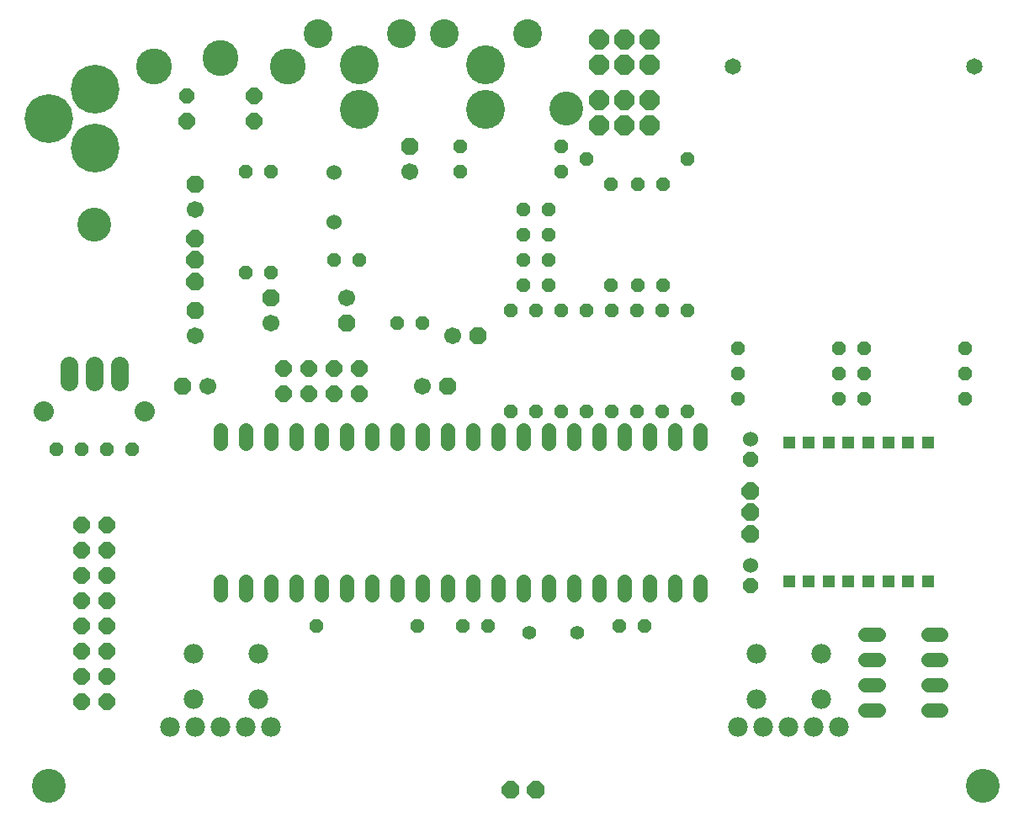
<source format=gbs>
G04 EAGLE Gerber RS-274X export*
G75*
%MOMM*%
%FSLAX34Y34*%
%LPD*%
%INSoldermask Bottom*%
%IPPOS*%
%AMOC8*
5,1,8,0,0,1.08239X$1,22.5*%
G01*
%ADD10P,1.539592X8X112.500000*%
%ADD11P,1.539592X8X292.500000*%
%ADD12C,1.422400*%
%ADD13P,1.842011X8X292.500000*%
%ADD14C,1.701800*%
%ADD15P,1.539592X8X202.500000*%
%ADD16P,1.539592X8X22.500000*%
%ADD17P,1.842011X8X22.500000*%
%ADD18C,1.524000*%
%ADD19C,4.901600*%
%ADD20C,2.032000*%
%ADD21C,1.422400*%
%ADD22C,3.911600*%
%ADD23C,2.901600*%
%ADD24P,2.144431X8X22.500000*%
%ADD25C,1.981200*%
%ADD26P,1.924489X8X202.500000*%
%ADD27P,1.633976X8X22.500000*%
%ADD28P,1.742215X8X22.500000*%
%ADD29C,3.601600*%
%ADD30P,1.842011X8X112.500000*%
%ADD31P,1.924489X8X112.500000*%
%ADD32C,1.778000*%
%ADD33C,3.403600*%
%ADD34P,1.842011X8X202.500000*%
%ADD35P,1.759533X8X22.500000*%
%ADD36P,1.759533X8X292.500000*%
%ADD37C,1.651600*%
%ADD38R,1.209600X1.209600*%
%ADD39P,1.649562X8X292.500000*%


D10*
X622300Y406400D03*
X622300Y508000D03*
X647700Y406400D03*
X647700Y508000D03*
X673100Y406400D03*
X673100Y508000D03*
X546100Y406400D03*
X546100Y508000D03*
X571500Y406400D03*
X571500Y508000D03*
X596900Y406400D03*
X596900Y508000D03*
X495300Y406400D03*
X495300Y508000D03*
X520700Y406400D03*
X520700Y508000D03*
X596100Y533400D03*
X596100Y635000D03*
D11*
X623100Y635000D03*
X623100Y533400D03*
X648500Y635000D03*
X648500Y533400D03*
D12*
X203200Y235204D02*
X203200Y221996D01*
X228600Y221996D02*
X228600Y235204D01*
X254000Y235204D02*
X254000Y221996D01*
X279400Y221996D02*
X279400Y235204D01*
X304800Y235204D02*
X304800Y221996D01*
X330200Y221996D02*
X330200Y235204D01*
X355600Y235204D02*
X355600Y221996D01*
X381000Y221996D02*
X381000Y235204D01*
X406400Y235204D02*
X406400Y221996D01*
X431800Y221996D02*
X431800Y235204D01*
X457200Y235204D02*
X457200Y221996D01*
X482600Y221996D02*
X482600Y235204D01*
X508000Y235204D02*
X508000Y221996D01*
X533400Y221996D02*
X533400Y235204D01*
X558800Y235204D02*
X558800Y221996D01*
X584200Y221996D02*
X584200Y235204D01*
X609600Y235204D02*
X609600Y221996D01*
X635000Y221996D02*
X635000Y235204D01*
X660400Y235204D02*
X660400Y221996D01*
X685800Y221996D02*
X685800Y235204D01*
X685800Y374396D02*
X685800Y387604D01*
X660400Y387604D02*
X660400Y374396D01*
X635000Y374396D02*
X635000Y387604D01*
X609600Y387604D02*
X609600Y374396D01*
X584200Y374396D02*
X584200Y387604D01*
X558800Y387604D02*
X558800Y374396D01*
X533400Y374396D02*
X533400Y387604D01*
X508000Y387604D02*
X508000Y374396D01*
X482600Y374396D02*
X482600Y387604D01*
X457200Y387604D02*
X457200Y374396D01*
X431800Y374396D02*
X431800Y387604D01*
X406400Y387604D02*
X406400Y374396D01*
X381000Y374396D02*
X381000Y387604D01*
X355600Y387604D02*
X355600Y374396D01*
X330200Y374396D02*
X330200Y387604D01*
X304800Y387604D02*
X304800Y374396D01*
X279400Y374396D02*
X279400Y387604D01*
X254000Y387604D02*
X254000Y374396D01*
X228600Y374396D02*
X228600Y387604D01*
X203200Y387604D02*
X203200Y374396D01*
D13*
X330200Y495300D03*
D14*
X330200Y520700D03*
D15*
X533400Y558800D03*
X508000Y558800D03*
X533400Y584200D03*
X508000Y584200D03*
X533400Y609600D03*
X508000Y609600D03*
D16*
X381000Y495300D03*
X406400Y495300D03*
D15*
X533400Y533400D03*
X508000Y533400D03*
D17*
X462280Y482600D03*
D14*
X436880Y482600D03*
D16*
X317500Y558800D03*
X342900Y558800D03*
D18*
X317500Y647300D03*
X317500Y597300D03*
D16*
X444500Y673100D03*
X546100Y673100D03*
D19*
X30200Y701480D03*
X77200Y671480D03*
X77200Y730480D03*
D20*
X127000Y406400D03*
X25400Y406400D03*
D21*
X562130Y184150D03*
X513870Y184150D03*
D15*
X471800Y190500D03*
X446400Y190500D03*
X629600Y190500D03*
X604200Y190500D03*
D17*
X431800Y431800D03*
D14*
X406400Y431800D03*
D16*
X571500Y660400D03*
X673100Y660400D03*
D22*
X469900Y710000D03*
X469900Y755000D03*
D23*
X428150Y786500D03*
X511650Y786500D03*
D24*
X584200Y755650D03*
X584200Y781050D03*
X609600Y755650D03*
X609600Y781050D03*
X635000Y755650D03*
X635000Y781050D03*
D16*
X723900Y469900D03*
X825500Y469900D03*
X723900Y444500D03*
X825500Y444500D03*
D15*
X825500Y419100D03*
X723900Y419100D03*
D16*
X850900Y469900D03*
X952500Y469900D03*
D15*
X952500Y419100D03*
X850900Y419100D03*
D16*
X850900Y444500D03*
X952500Y444500D03*
D22*
X342900Y710000D03*
X342900Y755000D03*
D23*
X301150Y786500D03*
X384650Y786500D03*
D25*
X176088Y162306D03*
X241112Y162306D03*
X176088Y117094D03*
X241112Y117094D03*
D26*
X520700Y25400D03*
X495300Y25400D03*
D16*
X299400Y190500D03*
X401000Y190500D03*
D27*
X169200Y723840D03*
D28*
X237200Y723840D03*
X169200Y698840D03*
X237200Y698840D03*
D29*
X203200Y761840D03*
X135700Y753840D03*
X270700Y753840D03*
D11*
X254000Y647700D03*
X254000Y546100D03*
X228600Y647700D03*
X228600Y546100D03*
D16*
X444500Y647700D03*
X546100Y647700D03*
X38100Y368300D03*
X63500Y368300D03*
D15*
X114300Y368300D03*
X88900Y368300D03*
D30*
X254000Y520700D03*
D14*
X254000Y495300D03*
D30*
X393700Y673100D03*
D14*
X393700Y647700D03*
D30*
X177800Y508000D03*
D14*
X177800Y482600D03*
D31*
X177800Y537210D03*
X177800Y558800D03*
X177800Y580390D03*
D32*
X50800Y452882D02*
X50800Y436118D01*
X76200Y436118D02*
X76200Y452882D01*
X101600Y452882D02*
X101600Y436118D01*
D33*
X76200Y594360D03*
D25*
X742188Y162306D03*
X807212Y162306D03*
X742188Y117094D03*
X807212Y117094D03*
D33*
X30000Y30000D03*
X970000Y30000D03*
X551360Y711540D03*
D30*
X177800Y635000D03*
D14*
X177800Y609600D03*
D34*
X165100Y431800D03*
D14*
X190500Y431800D03*
D25*
X152400Y88900D03*
X177800Y88900D03*
X203200Y88900D03*
X228600Y88900D03*
X254000Y88900D03*
X723900Y88900D03*
X749300Y88900D03*
X774700Y88900D03*
X800100Y88900D03*
X825500Y88900D03*
D35*
X266700Y424180D03*
X266700Y449580D03*
X292100Y424180D03*
X292100Y449580D03*
X317500Y424180D03*
X317500Y449580D03*
X342900Y424180D03*
X342900Y449580D03*
D36*
X63500Y292100D03*
X88900Y292100D03*
X63500Y266700D03*
X88900Y266700D03*
X63500Y241300D03*
X88900Y241300D03*
X63500Y215900D03*
X88900Y215900D03*
X63500Y190500D03*
X88900Y190500D03*
X63500Y165100D03*
X88900Y165100D03*
X63500Y139700D03*
X88900Y139700D03*
X63500Y114300D03*
X88900Y114300D03*
D37*
X718800Y753700D03*
X961400Y753700D03*
D38*
X915000Y375000D03*
X895000Y375000D03*
X875000Y375000D03*
X855000Y375000D03*
X835000Y375000D03*
X815000Y375000D03*
X795000Y375000D03*
X775000Y375000D03*
X775000Y235000D03*
X795000Y235000D03*
X815000Y235000D03*
X835000Y235000D03*
X855000Y235000D03*
X875000Y235000D03*
X895000Y235000D03*
X915000Y235000D03*
D12*
X865108Y181750D02*
X851900Y181750D01*
X851900Y156350D02*
X865108Y156350D01*
X865108Y130950D02*
X851900Y130950D01*
X851900Y105550D02*
X865108Y105550D01*
X914892Y105550D02*
X928100Y105550D01*
X928100Y130950D02*
X914892Y130950D01*
X914892Y156350D02*
X928100Y156350D01*
X928100Y181750D02*
X914892Y181750D01*
D31*
X736600Y283210D03*
X736600Y304800D03*
X736600Y326390D03*
D39*
X736600Y231140D03*
D18*
X736600Y251460D03*
D39*
X736600Y358140D03*
D18*
X736600Y378460D03*
D24*
X584200Y694000D03*
X584200Y719400D03*
X609600Y694000D03*
X609600Y719400D03*
X635000Y694000D03*
X635000Y719400D03*
M02*

</source>
